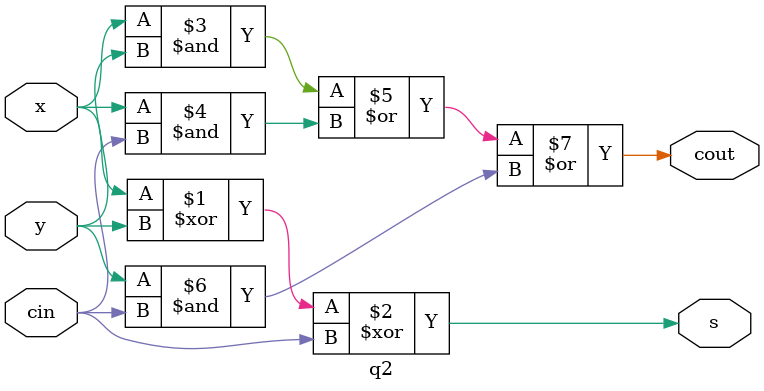
<source format=v>
module q2(x, y, cin, s, cout);
input x,y,cin;
output s,cout;
assign s = x^y^cin;
assign cout = (x&y) | (x&cin) | (y&cin);
endmodule

</source>
